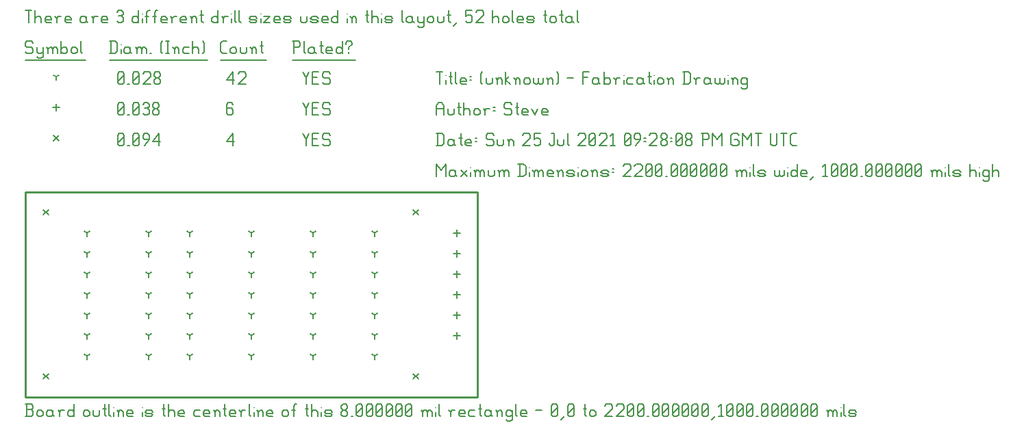
<source format=gbr>
G04 start of page 17 for group -3984 idx -3984 *
G04 Title: (unknown), fab *
G04 Creator: pcb 20140316 *
G04 CreationDate: Sun 25 Jul 2021 09:28:08 PM GMT UTC *
G04 For: steve *
G04 Format: Gerber/RS-274X *
G04 PCB-Dimensions (mil): 2200.00 1000.00 *
G04 PCB-Coordinate-Origin: lower left *
%MOIN*%
%FSLAX25Y25*%
%LNFAB*%
%ADD77C,0.0100*%
%ADD76C,0.0075*%
%ADD75C,0.0060*%
%ADD74C,0.0080*%
G54D74*X188800Y11200D02*X191200Y8800D01*
X188800D02*X191200Y11200D01*
X188800Y91200D02*X191200Y88800D01*
X188800D02*X191200Y91200D01*
X8800D02*X11200Y88800D01*
X8800D02*X11200Y91200D01*
X8800Y11200D02*X11200Y8800D01*
X8800D02*X11200Y11200D01*
X13800Y127450D02*X16200Y125050D01*
X13800D02*X16200Y127450D01*
G54D75*X135000Y128500D02*X136500Y125500D01*
X138000Y128500D01*
X136500Y125500D02*Y122500D01*
X139800Y125800D02*X142050D01*
X139800Y122500D02*X142800D01*
X139800Y128500D02*Y122500D01*
Y128500D02*X142800D01*
X147600D02*X148350Y127750D01*
X145350Y128500D02*X147600D01*
X144600Y127750D02*X145350Y128500D01*
X144600Y127750D02*Y126250D01*
X145350Y125500D01*
X147600D01*
X148350Y124750D01*
Y123250D01*
X147600Y122500D02*X148350Y123250D01*
X145350Y122500D02*X147600D01*
X144600Y123250D02*X145350Y122500D01*
X98000Y124750D02*X101000Y128500D01*
X98000Y124750D02*X101750D01*
X101000Y128500D02*Y122500D01*
X45000Y123250D02*X45750Y122500D01*
X45000Y127750D02*Y123250D01*
Y127750D02*X45750Y128500D01*
X47250D01*
X48000Y127750D01*
Y123250D01*
X47250Y122500D02*X48000Y123250D01*
X45750Y122500D02*X47250D01*
X45000Y124000D02*X48000Y127000D01*
X49800Y122500D02*X50550D01*
X52350Y123250D02*X53100Y122500D01*
X52350Y127750D02*Y123250D01*
Y127750D02*X53100Y128500D01*
X54600D01*
X55350Y127750D01*
Y123250D01*
X54600Y122500D02*X55350Y123250D01*
X53100Y122500D02*X54600D01*
X52350Y124000D02*X55350Y127000D01*
X57900Y122500D02*X60150Y125500D01*
Y127750D02*Y125500D01*
X59400Y128500D02*X60150Y127750D01*
X57900Y128500D02*X59400D01*
X57150Y127750D02*X57900Y128500D01*
X57150Y127750D02*Y126250D01*
X57900Y125500D01*
X60150D01*
X61950Y124750D02*X64950Y128500D01*
X61950Y124750D02*X65700D01*
X64950Y128500D02*Y122500D01*
X210000Y81600D02*Y78400D01*
X208400Y80000D02*X211600D01*
X210000Y71600D02*Y68400D01*
X208400Y70000D02*X211600D01*
X210000Y61600D02*Y58400D01*
X208400Y60000D02*X211600D01*
X210000Y51600D02*Y48400D01*
X208400Y50000D02*X211600D01*
X210000Y41600D02*Y38400D01*
X208400Y40000D02*X211600D01*
X210000Y31600D02*Y28400D01*
X208400Y30000D02*X211600D01*
X15000Y142850D02*Y139650D01*
X13400Y141250D02*X16600D01*
X135000Y143500D02*X136500Y140500D01*
X138000Y143500D01*
X136500Y140500D02*Y137500D01*
X139800Y140800D02*X142050D01*
X139800Y137500D02*X142800D01*
X139800Y143500D02*Y137500D01*
Y143500D02*X142800D01*
X147600D02*X148350Y142750D01*
X145350Y143500D02*X147600D01*
X144600Y142750D02*X145350Y143500D01*
X144600Y142750D02*Y141250D01*
X145350Y140500D01*
X147600D01*
X148350Y139750D01*
Y138250D01*
X147600Y137500D02*X148350Y138250D01*
X145350Y137500D02*X147600D01*
X144600Y138250D02*X145350Y137500D01*
X100250Y143500D02*X101000Y142750D01*
X98750Y143500D02*X100250D01*
X98000Y142750D02*X98750Y143500D01*
X98000Y142750D02*Y138250D01*
X98750Y137500D01*
X100250Y140800D02*X101000Y140050D01*
X98000Y140800D02*X100250D01*
X98750Y137500D02*X100250D01*
X101000Y138250D01*
Y140050D02*Y138250D01*
X45000D02*X45750Y137500D01*
X45000Y142750D02*Y138250D01*
Y142750D02*X45750Y143500D01*
X47250D01*
X48000Y142750D01*
Y138250D01*
X47250Y137500D02*X48000Y138250D01*
X45750Y137500D02*X47250D01*
X45000Y139000D02*X48000Y142000D01*
X49800Y137500D02*X50550D01*
X52350Y138250D02*X53100Y137500D01*
X52350Y142750D02*Y138250D01*
Y142750D02*X53100Y143500D01*
X54600D01*
X55350Y142750D01*
Y138250D01*
X54600Y137500D02*X55350Y138250D01*
X53100Y137500D02*X54600D01*
X52350Y139000D02*X55350Y142000D01*
X57150Y142750D02*X57900Y143500D01*
X59400D01*
X60150Y142750D01*
X59400Y137500D02*X60150Y138250D01*
X57900Y137500D02*X59400D01*
X57150Y138250D02*X57900Y137500D01*
Y140800D02*X59400D01*
X60150Y142750D02*Y141550D01*
Y140050D02*Y138250D01*
Y140050D02*X59400Y140800D01*
X60150Y141550D02*X59400Y140800D01*
X61950Y138250D02*X62700Y137500D01*
X61950Y139450D02*Y138250D01*
Y139450D02*X63000Y140500D01*
X63900D01*
X64950Y139450D01*
Y138250D01*
X64200Y137500D02*X64950Y138250D01*
X62700Y137500D02*X64200D01*
X61950Y141550D02*X63000Y140500D01*
X61950Y142750D02*Y141550D01*
Y142750D02*X62700Y143500D01*
X64200D01*
X64950Y142750D01*
Y141550D01*
X63900Y140500D02*X64950Y141550D01*
X140000Y80000D02*Y78400D01*
Y80000D02*X141387Y80800D01*
X140000Y80000D02*X138613Y80800D01*
X140000Y70000D02*Y68400D01*
Y70000D02*X141387Y70800D01*
X140000Y70000D02*X138613Y70800D01*
X140000Y60000D02*Y58400D01*
Y60000D02*X141387Y60800D01*
X140000Y60000D02*X138613Y60800D01*
X140000Y50000D02*Y48400D01*
Y50000D02*X141387Y50800D01*
X140000Y50000D02*X138613Y50800D01*
X140000Y40000D02*Y38400D01*
Y40000D02*X141387Y40800D01*
X140000Y40000D02*X138613Y40800D01*
X140000Y30000D02*Y28400D01*
Y30000D02*X141387Y30800D01*
X140000Y30000D02*X138613Y30800D01*
X140000Y20000D02*Y18400D01*
Y20000D02*X141387Y20800D01*
X140000Y20000D02*X138613Y20800D01*
X170000Y20000D02*Y18400D01*
Y20000D02*X171387Y20800D01*
X170000Y20000D02*X168613Y20800D01*
X170000Y30000D02*Y28400D01*
Y30000D02*X171387Y30800D01*
X170000Y30000D02*X168613Y30800D01*
X170000Y40000D02*Y38400D01*
Y40000D02*X171387Y40800D01*
X170000Y40000D02*X168613Y40800D01*
X170000Y50000D02*Y48400D01*
Y50000D02*X171387Y50800D01*
X170000Y50000D02*X168613Y50800D01*
X170000Y60000D02*Y58400D01*
Y60000D02*X171387Y60800D01*
X170000Y60000D02*X168613Y60800D01*
X170000Y70000D02*Y68400D01*
Y70000D02*X171387Y70800D01*
X170000Y70000D02*X168613Y70800D01*
X170000Y80000D02*Y78400D01*
Y80000D02*X171387Y80800D01*
X170000Y80000D02*X168613Y80800D01*
X30000Y80000D02*Y78400D01*
Y80000D02*X31387Y80800D01*
X30000Y80000D02*X28613Y80800D01*
X30000Y70000D02*Y68400D01*
Y70000D02*X31387Y70800D01*
X30000Y70000D02*X28613Y70800D01*
X30000Y60000D02*Y58400D01*
Y60000D02*X31387Y60800D01*
X30000Y60000D02*X28613Y60800D01*
X30000Y50000D02*Y48400D01*
Y50000D02*X31387Y50800D01*
X30000Y50000D02*X28613Y50800D01*
X30000Y40000D02*Y38400D01*
Y40000D02*X31387Y40800D01*
X30000Y40000D02*X28613Y40800D01*
X30000Y30000D02*Y28400D01*
Y30000D02*X31387Y30800D01*
X30000Y30000D02*X28613Y30800D01*
X30000Y20000D02*Y18400D01*
Y20000D02*X31387Y20800D01*
X30000Y20000D02*X28613Y20800D01*
X60000Y20000D02*Y18400D01*
Y20000D02*X61387Y20800D01*
X60000Y20000D02*X58613Y20800D01*
X60000Y30000D02*Y28400D01*
Y30000D02*X61387Y30800D01*
X60000Y30000D02*X58613Y30800D01*
X60000Y40000D02*Y38400D01*
Y40000D02*X61387Y40800D01*
X60000Y40000D02*X58613Y40800D01*
X60000Y50000D02*Y48400D01*
Y50000D02*X61387Y50800D01*
X60000Y50000D02*X58613Y50800D01*
X60000Y60000D02*Y58400D01*
Y60000D02*X61387Y60800D01*
X60000Y60000D02*X58613Y60800D01*
X60000Y70000D02*Y68400D01*
Y70000D02*X61387Y70800D01*
X60000Y70000D02*X58613Y70800D01*
X60000Y80000D02*Y78400D01*
Y80000D02*X61387Y80800D01*
X60000Y80000D02*X58613Y80800D01*
X80000Y80000D02*Y78400D01*
Y80000D02*X81387Y80800D01*
X80000Y80000D02*X78613Y80800D01*
X80000Y70000D02*Y68400D01*
Y70000D02*X81387Y70800D01*
X80000Y70000D02*X78613Y70800D01*
X80000Y60000D02*Y58400D01*
Y60000D02*X81387Y60800D01*
X80000Y60000D02*X78613Y60800D01*
X80000Y50000D02*Y48400D01*
Y50000D02*X81387Y50800D01*
X80000Y50000D02*X78613Y50800D01*
X80000Y40000D02*Y38400D01*
Y40000D02*X81387Y40800D01*
X80000Y40000D02*X78613Y40800D01*
X80000Y30000D02*Y28400D01*
Y30000D02*X81387Y30800D01*
X80000Y30000D02*X78613Y30800D01*
X80000Y20000D02*Y18400D01*
Y20000D02*X81387Y20800D01*
X80000Y20000D02*X78613Y20800D01*
X110000Y20000D02*Y18400D01*
Y20000D02*X111387Y20800D01*
X110000Y20000D02*X108613Y20800D01*
X110000Y30000D02*Y28400D01*
Y30000D02*X111387Y30800D01*
X110000Y30000D02*X108613Y30800D01*
X110000Y40000D02*Y38400D01*
Y40000D02*X111387Y40800D01*
X110000Y40000D02*X108613Y40800D01*
X110000Y50000D02*Y48400D01*
Y50000D02*X111387Y50800D01*
X110000Y50000D02*X108613Y50800D01*
X110000Y60000D02*Y58400D01*
Y60000D02*X111387Y60800D01*
X110000Y60000D02*X108613Y60800D01*
X110000Y70000D02*Y68400D01*
Y70000D02*X111387Y70800D01*
X110000Y70000D02*X108613Y70800D01*
X110000Y80000D02*Y78400D01*
Y80000D02*X111387Y80800D01*
X110000Y80000D02*X108613Y80800D01*
X15000Y156250D02*Y154650D01*
Y156250D02*X16387Y157050D01*
X15000Y156250D02*X13613Y157050D01*
X135000Y158500D02*X136500Y155500D01*
X138000Y158500D01*
X136500Y155500D02*Y152500D01*
X139800Y155800D02*X142050D01*
X139800Y152500D02*X142800D01*
X139800Y158500D02*Y152500D01*
Y158500D02*X142800D01*
X147600D02*X148350Y157750D01*
X145350Y158500D02*X147600D01*
X144600Y157750D02*X145350Y158500D01*
X144600Y157750D02*Y156250D01*
X145350Y155500D01*
X147600D01*
X148350Y154750D01*
Y153250D01*
X147600Y152500D02*X148350Y153250D01*
X145350Y152500D02*X147600D01*
X144600Y153250D02*X145350Y152500D01*
X98000Y154750D02*X101000Y158500D01*
X98000Y154750D02*X101750D01*
X101000Y158500D02*Y152500D01*
X103550Y157750D02*X104300Y158500D01*
X106550D01*
X107300Y157750D01*
Y156250D01*
X103550Y152500D02*X107300Y156250D01*
X103550Y152500D02*X107300D01*
X45000Y153250D02*X45750Y152500D01*
X45000Y157750D02*Y153250D01*
Y157750D02*X45750Y158500D01*
X47250D01*
X48000Y157750D01*
Y153250D01*
X47250Y152500D02*X48000Y153250D01*
X45750Y152500D02*X47250D01*
X45000Y154000D02*X48000Y157000D01*
X49800Y152500D02*X50550D01*
X52350Y153250D02*X53100Y152500D01*
X52350Y157750D02*Y153250D01*
Y157750D02*X53100Y158500D01*
X54600D01*
X55350Y157750D01*
Y153250D01*
X54600Y152500D02*X55350Y153250D01*
X53100Y152500D02*X54600D01*
X52350Y154000D02*X55350Y157000D01*
X57150Y157750D02*X57900Y158500D01*
X60150D01*
X60900Y157750D01*
Y156250D01*
X57150Y152500D02*X60900Y156250D01*
X57150Y152500D02*X60900D01*
X62700Y153250D02*X63450Y152500D01*
X62700Y154450D02*Y153250D01*
Y154450D02*X63750Y155500D01*
X64650D01*
X65700Y154450D01*
Y153250D01*
X64950Y152500D02*X65700Y153250D01*
X63450Y152500D02*X64950D01*
X62700Y156550D02*X63750Y155500D01*
X62700Y157750D02*Y156550D01*
Y157750D02*X63450Y158500D01*
X64950D01*
X65700Y157750D01*
Y156550D01*
X64650Y155500D02*X65700Y156550D01*
X3000Y173500D02*X3750Y172750D01*
X750Y173500D02*X3000D01*
X0Y172750D02*X750Y173500D01*
X0Y172750D02*Y171250D01*
X750Y170500D01*
X3000D01*
X3750Y169750D01*
Y168250D01*
X3000Y167500D02*X3750Y168250D01*
X750Y167500D02*X3000D01*
X0Y168250D02*X750Y167500D01*
X5550Y170500D02*Y168250D01*
X6300Y167500D01*
X8550Y170500D02*Y166000D01*
X7800Y165250D02*X8550Y166000D01*
X6300Y165250D02*X7800D01*
X5550Y166000D02*X6300Y165250D01*
Y167500D02*X7800D01*
X8550Y168250D01*
X11100Y169750D02*Y167500D01*
Y169750D02*X11850Y170500D01*
X12600D01*
X13350Y169750D01*
Y167500D01*
Y169750D02*X14100Y170500D01*
X14850D01*
X15600Y169750D01*
Y167500D01*
X10350Y170500D02*X11100Y169750D01*
X17400Y173500D02*Y167500D01*
Y168250D02*X18150Y167500D01*
X19650D01*
X20400Y168250D01*
Y169750D02*Y168250D01*
X19650Y170500D02*X20400Y169750D01*
X18150Y170500D02*X19650D01*
X17400Y169750D02*X18150Y170500D01*
X22200Y169750D02*Y168250D01*
Y169750D02*X22950Y170500D01*
X24450D01*
X25200Y169750D01*
Y168250D01*
X24450Y167500D02*X25200Y168250D01*
X22950Y167500D02*X24450D01*
X22200Y168250D02*X22950Y167500D01*
X27000Y173500D02*Y168250D01*
X27750Y167500D01*
X0Y164250D02*X29250D01*
X41750Y173500D02*Y167500D01*
X43700Y173500D02*X44750Y172450D01*
Y168550D01*
X43700Y167500D02*X44750Y168550D01*
X41000Y167500D02*X43700D01*
X41000Y173500D02*X43700D01*
G54D76*X46550Y172000D02*Y171850D01*
G54D75*Y169750D02*Y167500D01*
X50300Y170500D02*X51050Y169750D01*
X48800Y170500D02*X50300D01*
X48050Y169750D02*X48800Y170500D01*
X48050Y169750D02*Y168250D01*
X48800Y167500D01*
X51050Y170500D02*Y168250D01*
X51800Y167500D01*
X48800D02*X50300D01*
X51050Y168250D01*
X54350Y169750D02*Y167500D01*
Y169750D02*X55100Y170500D01*
X55850D01*
X56600Y169750D01*
Y167500D01*
Y169750D02*X57350Y170500D01*
X58100D01*
X58850Y169750D01*
Y167500D01*
X53600Y170500D02*X54350Y169750D01*
X60650Y167500D02*X61400D01*
X65900Y168250D02*X66650Y167500D01*
X65900Y172750D02*X66650Y173500D01*
X65900Y172750D02*Y168250D01*
X68450Y173500D02*X69950D01*
X69200D02*Y167500D01*
X68450D02*X69950D01*
X72500Y169750D02*Y167500D01*
Y169750D02*X73250Y170500D01*
X74000D01*
X74750Y169750D01*
Y167500D01*
X71750Y170500D02*X72500Y169750D01*
X77300Y170500D02*X79550D01*
X76550Y169750D02*X77300Y170500D01*
X76550Y169750D02*Y168250D01*
X77300Y167500D01*
X79550D01*
X81350Y173500D02*Y167500D01*
Y169750D02*X82100Y170500D01*
X83600D01*
X84350Y169750D01*
Y167500D01*
X86150Y173500D02*X86900Y172750D01*
Y168250D01*
X86150Y167500D02*X86900Y168250D01*
X41000Y164250D02*X88700D01*
X96050Y167500D02*X98000D01*
X95000Y168550D02*X96050Y167500D01*
X95000Y172450D02*Y168550D01*
Y172450D02*X96050Y173500D01*
X98000D01*
X99800Y169750D02*Y168250D01*
Y169750D02*X100550Y170500D01*
X102050D01*
X102800Y169750D01*
Y168250D01*
X102050Y167500D02*X102800Y168250D01*
X100550Y167500D02*X102050D01*
X99800Y168250D02*X100550Y167500D01*
X104600Y170500D02*Y168250D01*
X105350Y167500D01*
X106850D01*
X107600Y168250D01*
Y170500D02*Y168250D01*
X110150Y169750D02*Y167500D01*
Y169750D02*X110900Y170500D01*
X111650D01*
X112400Y169750D01*
Y167500D01*
X109400Y170500D02*X110150Y169750D01*
X114950Y173500D02*Y168250D01*
X115700Y167500D01*
X114200Y171250D02*X115700D01*
X95000Y164250D02*X117200D01*
X130750Y173500D02*Y167500D01*
X130000Y173500D02*X133000D01*
X133750Y172750D01*
Y171250D01*
X133000Y170500D02*X133750Y171250D01*
X130750Y170500D02*X133000D01*
X135550Y173500D02*Y168250D01*
X136300Y167500D01*
X140050Y170500D02*X140800Y169750D01*
X138550Y170500D02*X140050D01*
X137800Y169750D02*X138550Y170500D01*
X137800Y169750D02*Y168250D01*
X138550Y167500D01*
X140800Y170500D02*Y168250D01*
X141550Y167500D01*
X138550D02*X140050D01*
X140800Y168250D01*
X144100Y173500D02*Y168250D01*
X144850Y167500D01*
X143350Y171250D02*X144850D01*
X147100Y167500D02*X149350D01*
X146350Y168250D02*X147100Y167500D01*
X146350Y169750D02*Y168250D01*
Y169750D02*X147100Y170500D01*
X148600D01*
X149350Y169750D01*
X146350Y169000D02*X149350D01*
Y169750D02*Y169000D01*
X154150Y173500D02*Y167500D01*
X153400D02*X154150Y168250D01*
X151900Y167500D02*X153400D01*
X151150Y168250D02*X151900Y167500D01*
X151150Y169750D02*Y168250D01*
Y169750D02*X151900Y170500D01*
X153400D01*
X154150Y169750D01*
X157450Y170500D02*Y169750D01*
Y168250D02*Y167500D01*
X155950Y172750D02*Y172000D01*
Y172750D02*X156700Y173500D01*
X158200D01*
X158950Y172750D01*
Y172000D01*
X157450Y170500D02*X158950Y172000D01*
X130000Y164250D02*X160750D01*
X0Y188500D02*X3000D01*
X1500D02*Y182500D01*
X4800Y188500D02*Y182500D01*
Y184750D02*X5550Y185500D01*
X7050D01*
X7800Y184750D01*
Y182500D01*
X10350D02*X12600D01*
X9600Y183250D02*X10350Y182500D01*
X9600Y184750D02*Y183250D01*
Y184750D02*X10350Y185500D01*
X11850D01*
X12600Y184750D01*
X9600Y184000D02*X12600D01*
Y184750D02*Y184000D01*
X15150Y184750D02*Y182500D01*
Y184750D02*X15900Y185500D01*
X17400D01*
X14400D02*X15150Y184750D01*
X19950Y182500D02*X22200D01*
X19200Y183250D02*X19950Y182500D01*
X19200Y184750D02*Y183250D01*
Y184750D02*X19950Y185500D01*
X21450D01*
X22200Y184750D01*
X19200Y184000D02*X22200D01*
Y184750D02*Y184000D01*
X28950Y185500D02*X29700Y184750D01*
X27450Y185500D02*X28950D01*
X26700Y184750D02*X27450Y185500D01*
X26700Y184750D02*Y183250D01*
X27450Y182500D01*
X29700Y185500D02*Y183250D01*
X30450Y182500D01*
X27450D02*X28950D01*
X29700Y183250D01*
X33000Y184750D02*Y182500D01*
Y184750D02*X33750Y185500D01*
X35250D01*
X32250D02*X33000Y184750D01*
X37800Y182500D02*X40050D01*
X37050Y183250D02*X37800Y182500D01*
X37050Y184750D02*Y183250D01*
Y184750D02*X37800Y185500D01*
X39300D01*
X40050Y184750D01*
X37050Y184000D02*X40050D01*
Y184750D02*Y184000D01*
X44550Y187750D02*X45300Y188500D01*
X46800D01*
X47550Y187750D01*
X46800Y182500D02*X47550Y183250D01*
X45300Y182500D02*X46800D01*
X44550Y183250D02*X45300Y182500D01*
Y185800D02*X46800D01*
X47550Y187750D02*Y186550D01*
Y185050D02*Y183250D01*
Y185050D02*X46800Y185800D01*
X47550Y186550D02*X46800Y185800D01*
X55050Y188500D02*Y182500D01*
X54300D02*X55050Y183250D01*
X52800Y182500D02*X54300D01*
X52050Y183250D02*X52800Y182500D01*
X52050Y184750D02*Y183250D01*
Y184750D02*X52800Y185500D01*
X54300D01*
X55050Y184750D01*
G54D76*X56850Y187000D02*Y186850D01*
G54D75*Y184750D02*Y182500D01*
X59100Y187750D02*Y182500D01*
Y187750D02*X59850Y188500D01*
X60600D01*
X58350Y185500D02*X59850D01*
X62850Y187750D02*Y182500D01*
Y187750D02*X63600Y188500D01*
X64350D01*
X62100Y185500D02*X63600D01*
X66600Y182500D02*X68850D01*
X65850Y183250D02*X66600Y182500D01*
X65850Y184750D02*Y183250D01*
Y184750D02*X66600Y185500D01*
X68100D01*
X68850Y184750D01*
X65850Y184000D02*X68850D01*
Y184750D02*Y184000D01*
X71400Y184750D02*Y182500D01*
Y184750D02*X72150Y185500D01*
X73650D01*
X70650D02*X71400Y184750D01*
X76200Y182500D02*X78450D01*
X75450Y183250D02*X76200Y182500D01*
X75450Y184750D02*Y183250D01*
Y184750D02*X76200Y185500D01*
X77700D01*
X78450Y184750D01*
X75450Y184000D02*X78450D01*
Y184750D02*Y184000D01*
X81000Y184750D02*Y182500D01*
Y184750D02*X81750Y185500D01*
X82500D01*
X83250Y184750D01*
Y182500D01*
X80250Y185500D02*X81000Y184750D01*
X85800Y188500D02*Y183250D01*
X86550Y182500D01*
X85050Y186250D02*X86550D01*
X93750Y188500D02*Y182500D01*
X93000D02*X93750Y183250D01*
X91500Y182500D02*X93000D01*
X90750Y183250D02*X91500Y182500D01*
X90750Y184750D02*Y183250D01*
Y184750D02*X91500Y185500D01*
X93000D01*
X93750Y184750D01*
X96300D02*Y182500D01*
Y184750D02*X97050Y185500D01*
X98550D01*
X95550D02*X96300Y184750D01*
G54D76*X100350Y187000D02*Y186850D01*
G54D75*Y184750D02*Y182500D01*
X101850Y188500D02*Y183250D01*
X102600Y182500D01*
X104100Y188500D02*Y183250D01*
X104850Y182500D01*
X109800D02*X112050D01*
X112800Y183250D01*
X112050Y184000D02*X112800Y183250D01*
X109800Y184000D02*X112050D01*
X109050Y184750D02*X109800Y184000D01*
X109050Y184750D02*X109800Y185500D01*
X112050D01*
X112800Y184750D01*
X109050Y183250D02*X109800Y182500D01*
G54D76*X114600Y187000D02*Y186850D01*
G54D75*Y184750D02*Y182500D01*
X116100Y185500D02*X119100D01*
X116100Y182500D02*X119100Y185500D01*
X116100Y182500D02*X119100D01*
X121650D02*X123900D01*
X120900Y183250D02*X121650Y182500D01*
X120900Y184750D02*Y183250D01*
Y184750D02*X121650Y185500D01*
X123150D01*
X123900Y184750D01*
X120900Y184000D02*X123900D01*
Y184750D02*Y184000D01*
X126450Y182500D02*X128700D01*
X129450Y183250D01*
X128700Y184000D02*X129450Y183250D01*
X126450Y184000D02*X128700D01*
X125700Y184750D02*X126450Y184000D01*
X125700Y184750D02*X126450Y185500D01*
X128700D01*
X129450Y184750D01*
X125700Y183250D02*X126450Y182500D01*
X133950Y185500D02*Y183250D01*
X134700Y182500D01*
X136200D01*
X136950Y183250D01*
Y185500D02*Y183250D01*
X139500Y182500D02*X141750D01*
X142500Y183250D01*
X141750Y184000D02*X142500Y183250D01*
X139500Y184000D02*X141750D01*
X138750Y184750D02*X139500Y184000D01*
X138750Y184750D02*X139500Y185500D01*
X141750D01*
X142500Y184750D01*
X138750Y183250D02*X139500Y182500D01*
X145050D02*X147300D01*
X144300Y183250D02*X145050Y182500D01*
X144300Y184750D02*Y183250D01*
Y184750D02*X145050Y185500D01*
X146550D01*
X147300Y184750D01*
X144300Y184000D02*X147300D01*
Y184750D02*Y184000D01*
X152100Y188500D02*Y182500D01*
X151350D02*X152100Y183250D01*
X149850Y182500D02*X151350D01*
X149100Y183250D02*X149850Y182500D01*
X149100Y184750D02*Y183250D01*
Y184750D02*X149850Y185500D01*
X151350D01*
X152100Y184750D01*
G54D76*X156600Y187000D02*Y186850D01*
G54D75*Y184750D02*Y182500D01*
X158850Y184750D02*Y182500D01*
Y184750D02*X159600Y185500D01*
X160350D01*
X161100Y184750D01*
Y182500D01*
X158100Y185500D02*X158850Y184750D01*
X166350Y188500D02*Y183250D01*
X167100Y182500D01*
X165600Y186250D02*X167100D01*
X168600Y188500D02*Y182500D01*
Y184750D02*X169350Y185500D01*
X170850D01*
X171600Y184750D01*
Y182500D01*
G54D76*X173400Y187000D02*Y186850D01*
G54D75*Y184750D02*Y182500D01*
X175650D02*X177900D01*
X178650Y183250D01*
X177900Y184000D02*X178650Y183250D01*
X175650Y184000D02*X177900D01*
X174900Y184750D02*X175650Y184000D01*
X174900Y184750D02*X175650Y185500D01*
X177900D01*
X178650Y184750D01*
X174900Y183250D02*X175650Y182500D01*
X183150Y188500D02*Y183250D01*
X183900Y182500D01*
X187650Y185500D02*X188400Y184750D01*
X186150Y185500D02*X187650D01*
X185400Y184750D02*X186150Y185500D01*
X185400Y184750D02*Y183250D01*
X186150Y182500D01*
X188400Y185500D02*Y183250D01*
X189150Y182500D01*
X186150D02*X187650D01*
X188400Y183250D01*
X190950Y185500D02*Y183250D01*
X191700Y182500D01*
X193950Y185500D02*Y181000D01*
X193200Y180250D02*X193950Y181000D01*
X191700Y180250D02*X193200D01*
X190950Y181000D02*X191700Y180250D01*
Y182500D02*X193200D01*
X193950Y183250D01*
X195750Y184750D02*Y183250D01*
Y184750D02*X196500Y185500D01*
X198000D01*
X198750Y184750D01*
Y183250D01*
X198000Y182500D02*X198750Y183250D01*
X196500Y182500D02*X198000D01*
X195750Y183250D02*X196500Y182500D01*
X200550Y185500D02*Y183250D01*
X201300Y182500D01*
X202800D01*
X203550Y183250D01*
Y185500D02*Y183250D01*
X206100Y188500D02*Y183250D01*
X206850Y182500D01*
X205350Y186250D02*X206850D01*
X208350Y181000D02*X209850Y182500D01*
X214350Y188500D02*X217350D01*
X214350D02*Y185500D01*
X215100Y186250D01*
X216600D01*
X217350Y185500D01*
Y183250D01*
X216600Y182500D02*X217350Y183250D01*
X215100Y182500D02*X216600D01*
X214350Y183250D02*X215100Y182500D01*
X219150Y187750D02*X219900Y188500D01*
X222150D01*
X222900Y187750D01*
Y186250D01*
X219150Y182500D02*X222900Y186250D01*
X219150Y182500D02*X222900D01*
X227400Y188500D02*Y182500D01*
Y184750D02*X228150Y185500D01*
X229650D01*
X230400Y184750D01*
Y182500D01*
X232200Y184750D02*Y183250D01*
Y184750D02*X232950Y185500D01*
X234450D01*
X235200Y184750D01*
Y183250D01*
X234450Y182500D02*X235200Y183250D01*
X232950Y182500D02*X234450D01*
X232200Y183250D02*X232950Y182500D01*
X237000Y188500D02*Y183250D01*
X237750Y182500D01*
X240000D02*X242250D01*
X239250Y183250D02*X240000Y182500D01*
X239250Y184750D02*Y183250D01*
Y184750D02*X240000Y185500D01*
X241500D01*
X242250Y184750D01*
X239250Y184000D02*X242250D01*
Y184750D02*Y184000D01*
X244800Y182500D02*X247050D01*
X247800Y183250D01*
X247050Y184000D02*X247800Y183250D01*
X244800Y184000D02*X247050D01*
X244050Y184750D02*X244800Y184000D01*
X244050Y184750D02*X244800Y185500D01*
X247050D01*
X247800Y184750D01*
X244050Y183250D02*X244800Y182500D01*
X253050Y188500D02*Y183250D01*
X253800Y182500D01*
X252300Y186250D02*X253800D01*
X255300Y184750D02*Y183250D01*
Y184750D02*X256050Y185500D01*
X257550D01*
X258300Y184750D01*
Y183250D01*
X257550Y182500D02*X258300Y183250D01*
X256050Y182500D02*X257550D01*
X255300Y183250D02*X256050Y182500D01*
X260850Y188500D02*Y183250D01*
X261600Y182500D01*
X260100Y186250D02*X261600D01*
X265350Y185500D02*X266100Y184750D01*
X263850Y185500D02*X265350D01*
X263100Y184750D02*X263850Y185500D01*
X263100Y184750D02*Y183250D01*
X263850Y182500D01*
X266100Y185500D02*Y183250D01*
X266850Y182500D01*
X263850D02*X265350D01*
X266100Y183250D01*
X268650Y188500D02*Y183250D01*
X269400Y182500D01*
G54D77*X0Y100000D02*X220000D01*
X0D02*Y0D01*
X220000Y100000D02*Y0D01*
X0D02*X220000D01*
G54D75*X200000Y113500D02*Y107500D01*
Y113500D02*X202250Y110500D01*
X204500Y113500D01*
Y107500D01*
X208550Y110500D02*X209300Y109750D01*
X207050Y110500D02*X208550D01*
X206300Y109750D02*X207050Y110500D01*
X206300Y109750D02*Y108250D01*
X207050Y107500D01*
X209300Y110500D02*Y108250D01*
X210050Y107500D01*
X207050D02*X208550D01*
X209300Y108250D01*
X211850Y110500D02*X214850Y107500D01*
X211850D02*X214850Y110500D01*
G54D76*X216650Y112000D02*Y111850D01*
G54D75*Y109750D02*Y107500D01*
X218900Y109750D02*Y107500D01*
Y109750D02*X219650Y110500D01*
X220400D01*
X221150Y109750D01*
Y107500D01*
Y109750D02*X221900Y110500D01*
X222650D01*
X223400Y109750D01*
Y107500D01*
X218150Y110500D02*X218900Y109750D01*
X225200Y110500D02*Y108250D01*
X225950Y107500D01*
X227450D01*
X228200Y108250D01*
Y110500D02*Y108250D01*
X230750Y109750D02*Y107500D01*
Y109750D02*X231500Y110500D01*
X232250D01*
X233000Y109750D01*
Y107500D01*
Y109750D02*X233750Y110500D01*
X234500D01*
X235250Y109750D01*
Y107500D01*
X230000Y110500D02*X230750Y109750D01*
X240500Y113500D02*Y107500D01*
X242450Y113500D02*X243500Y112450D01*
Y108550D01*
X242450Y107500D02*X243500Y108550D01*
X239750Y107500D02*X242450D01*
X239750Y113500D02*X242450D01*
G54D76*X245300Y112000D02*Y111850D01*
G54D75*Y109750D02*Y107500D01*
X247550Y109750D02*Y107500D01*
Y109750D02*X248300Y110500D01*
X249050D01*
X249800Y109750D01*
Y107500D01*
Y109750D02*X250550Y110500D01*
X251300D01*
X252050Y109750D01*
Y107500D01*
X246800Y110500D02*X247550Y109750D01*
X254600Y107500D02*X256850D01*
X253850Y108250D02*X254600Y107500D01*
X253850Y109750D02*Y108250D01*
Y109750D02*X254600Y110500D01*
X256100D01*
X256850Y109750D01*
X253850Y109000D02*X256850D01*
Y109750D02*Y109000D01*
X259400Y109750D02*Y107500D01*
Y109750D02*X260150Y110500D01*
X260900D01*
X261650Y109750D01*
Y107500D01*
X258650Y110500D02*X259400Y109750D01*
X264200Y107500D02*X266450D01*
X267200Y108250D01*
X266450Y109000D02*X267200Y108250D01*
X264200Y109000D02*X266450D01*
X263450Y109750D02*X264200Y109000D01*
X263450Y109750D02*X264200Y110500D01*
X266450D01*
X267200Y109750D01*
X263450Y108250D02*X264200Y107500D01*
G54D76*X269000Y112000D02*Y111850D01*
G54D75*Y109750D02*Y107500D01*
X270500Y109750D02*Y108250D01*
Y109750D02*X271250Y110500D01*
X272750D01*
X273500Y109750D01*
Y108250D01*
X272750Y107500D02*X273500Y108250D01*
X271250Y107500D02*X272750D01*
X270500Y108250D02*X271250Y107500D01*
X276050Y109750D02*Y107500D01*
Y109750D02*X276800Y110500D01*
X277550D01*
X278300Y109750D01*
Y107500D01*
X275300Y110500D02*X276050Y109750D01*
X280850Y107500D02*X283100D01*
X283850Y108250D01*
X283100Y109000D02*X283850Y108250D01*
X280850Y109000D02*X283100D01*
X280100Y109750D02*X280850Y109000D01*
X280100Y109750D02*X280850Y110500D01*
X283100D01*
X283850Y109750D01*
X280100Y108250D02*X280850Y107500D01*
X285650Y111250D02*X286400D01*
X285650Y109750D02*X286400D01*
X290900Y112750D02*X291650Y113500D01*
X293900D01*
X294650Y112750D01*
Y111250D01*
X290900Y107500D02*X294650Y111250D01*
X290900Y107500D02*X294650D01*
X296450Y112750D02*X297200Y113500D01*
X299450D01*
X300200Y112750D01*
Y111250D01*
X296450Y107500D02*X300200Y111250D01*
X296450Y107500D02*X300200D01*
X302000Y108250D02*X302750Y107500D01*
X302000Y112750D02*Y108250D01*
Y112750D02*X302750Y113500D01*
X304250D01*
X305000Y112750D01*
Y108250D01*
X304250Y107500D02*X305000Y108250D01*
X302750Y107500D02*X304250D01*
X302000Y109000D02*X305000Y112000D01*
X306800Y108250D02*X307550Y107500D01*
X306800Y112750D02*Y108250D01*
Y112750D02*X307550Y113500D01*
X309050D01*
X309800Y112750D01*
Y108250D01*
X309050Y107500D02*X309800Y108250D01*
X307550Y107500D02*X309050D01*
X306800Y109000D02*X309800Y112000D01*
X311600Y107500D02*X312350D01*
X314150Y108250D02*X314900Y107500D01*
X314150Y112750D02*Y108250D01*
Y112750D02*X314900Y113500D01*
X316400D01*
X317150Y112750D01*
Y108250D01*
X316400Y107500D02*X317150Y108250D01*
X314900Y107500D02*X316400D01*
X314150Y109000D02*X317150Y112000D01*
X318950Y108250D02*X319700Y107500D01*
X318950Y112750D02*Y108250D01*
Y112750D02*X319700Y113500D01*
X321200D01*
X321950Y112750D01*
Y108250D01*
X321200Y107500D02*X321950Y108250D01*
X319700Y107500D02*X321200D01*
X318950Y109000D02*X321950Y112000D01*
X323750Y108250D02*X324500Y107500D01*
X323750Y112750D02*Y108250D01*
Y112750D02*X324500Y113500D01*
X326000D01*
X326750Y112750D01*
Y108250D01*
X326000Y107500D02*X326750Y108250D01*
X324500Y107500D02*X326000D01*
X323750Y109000D02*X326750Y112000D01*
X328550Y108250D02*X329300Y107500D01*
X328550Y112750D02*Y108250D01*
Y112750D02*X329300Y113500D01*
X330800D01*
X331550Y112750D01*
Y108250D01*
X330800Y107500D02*X331550Y108250D01*
X329300Y107500D02*X330800D01*
X328550Y109000D02*X331550Y112000D01*
X333350Y108250D02*X334100Y107500D01*
X333350Y112750D02*Y108250D01*
Y112750D02*X334100Y113500D01*
X335600D01*
X336350Y112750D01*
Y108250D01*
X335600Y107500D02*X336350Y108250D01*
X334100Y107500D02*X335600D01*
X333350Y109000D02*X336350Y112000D01*
X338150Y108250D02*X338900Y107500D01*
X338150Y112750D02*Y108250D01*
Y112750D02*X338900Y113500D01*
X340400D01*
X341150Y112750D01*
Y108250D01*
X340400Y107500D02*X341150Y108250D01*
X338900Y107500D02*X340400D01*
X338150Y109000D02*X341150Y112000D01*
X346400Y109750D02*Y107500D01*
Y109750D02*X347150Y110500D01*
X347900D01*
X348650Y109750D01*
Y107500D01*
Y109750D02*X349400Y110500D01*
X350150D01*
X350900Y109750D01*
Y107500D01*
X345650Y110500D02*X346400Y109750D01*
G54D76*X352700Y112000D02*Y111850D01*
G54D75*Y109750D02*Y107500D01*
X354200Y113500D02*Y108250D01*
X354950Y107500D01*
X357200D02*X359450D01*
X360200Y108250D01*
X359450Y109000D02*X360200Y108250D01*
X357200Y109000D02*X359450D01*
X356450Y109750D02*X357200Y109000D01*
X356450Y109750D02*X357200Y110500D01*
X359450D01*
X360200Y109750D01*
X356450Y108250D02*X357200Y107500D01*
X364700Y110500D02*Y108250D01*
X365450Y107500D01*
X366200D01*
X366950Y108250D01*
Y110500D02*Y108250D01*
X367700Y107500D01*
X368450D01*
X369200Y108250D01*
Y110500D02*Y108250D01*
G54D76*X371000Y112000D02*Y111850D01*
G54D75*Y109750D02*Y107500D01*
X375500Y113500D02*Y107500D01*
X374750D02*X375500Y108250D01*
X373250Y107500D02*X374750D01*
X372500Y108250D02*X373250Y107500D01*
X372500Y109750D02*Y108250D01*
Y109750D02*X373250Y110500D01*
X374750D01*
X375500Y109750D01*
X378050Y107500D02*X380300D01*
X377300Y108250D02*X378050Y107500D01*
X377300Y109750D02*Y108250D01*
Y109750D02*X378050Y110500D01*
X379550D01*
X380300Y109750D01*
X377300Y109000D02*X380300D01*
Y109750D02*Y109000D01*
X382100Y106000D02*X383600Y107500D01*
X388100Y112300D02*X389300Y113500D01*
Y107500D01*
X388100D02*X390350D01*
X392150Y108250D02*X392900Y107500D01*
X392150Y112750D02*Y108250D01*
Y112750D02*X392900Y113500D01*
X394400D01*
X395150Y112750D01*
Y108250D01*
X394400Y107500D02*X395150Y108250D01*
X392900Y107500D02*X394400D01*
X392150Y109000D02*X395150Y112000D01*
X396950Y108250D02*X397700Y107500D01*
X396950Y112750D02*Y108250D01*
Y112750D02*X397700Y113500D01*
X399200D01*
X399950Y112750D01*
Y108250D01*
X399200Y107500D02*X399950Y108250D01*
X397700Y107500D02*X399200D01*
X396950Y109000D02*X399950Y112000D01*
X401750Y108250D02*X402500Y107500D01*
X401750Y112750D02*Y108250D01*
Y112750D02*X402500Y113500D01*
X404000D01*
X404750Y112750D01*
Y108250D01*
X404000Y107500D02*X404750Y108250D01*
X402500Y107500D02*X404000D01*
X401750Y109000D02*X404750Y112000D01*
X406550Y107500D02*X407300D01*
X409100Y108250D02*X409850Y107500D01*
X409100Y112750D02*Y108250D01*
Y112750D02*X409850Y113500D01*
X411350D01*
X412100Y112750D01*
Y108250D01*
X411350Y107500D02*X412100Y108250D01*
X409850Y107500D02*X411350D01*
X409100Y109000D02*X412100Y112000D01*
X413900Y108250D02*X414650Y107500D01*
X413900Y112750D02*Y108250D01*
Y112750D02*X414650Y113500D01*
X416150D01*
X416900Y112750D01*
Y108250D01*
X416150Y107500D02*X416900Y108250D01*
X414650Y107500D02*X416150D01*
X413900Y109000D02*X416900Y112000D01*
X418700Y108250D02*X419450Y107500D01*
X418700Y112750D02*Y108250D01*
Y112750D02*X419450Y113500D01*
X420950D01*
X421700Y112750D01*
Y108250D01*
X420950Y107500D02*X421700Y108250D01*
X419450Y107500D02*X420950D01*
X418700Y109000D02*X421700Y112000D01*
X423500Y108250D02*X424250Y107500D01*
X423500Y112750D02*Y108250D01*
Y112750D02*X424250Y113500D01*
X425750D01*
X426500Y112750D01*
Y108250D01*
X425750Y107500D02*X426500Y108250D01*
X424250Y107500D02*X425750D01*
X423500Y109000D02*X426500Y112000D01*
X428300Y108250D02*X429050Y107500D01*
X428300Y112750D02*Y108250D01*
Y112750D02*X429050Y113500D01*
X430550D01*
X431300Y112750D01*
Y108250D01*
X430550Y107500D02*X431300Y108250D01*
X429050Y107500D02*X430550D01*
X428300Y109000D02*X431300Y112000D01*
X433100Y108250D02*X433850Y107500D01*
X433100Y112750D02*Y108250D01*
Y112750D02*X433850Y113500D01*
X435350D01*
X436100Y112750D01*
Y108250D01*
X435350Y107500D02*X436100Y108250D01*
X433850Y107500D02*X435350D01*
X433100Y109000D02*X436100Y112000D01*
X441350Y109750D02*Y107500D01*
Y109750D02*X442100Y110500D01*
X442850D01*
X443600Y109750D01*
Y107500D01*
Y109750D02*X444350Y110500D01*
X445100D01*
X445850Y109750D01*
Y107500D01*
X440600Y110500D02*X441350Y109750D01*
G54D76*X447650Y112000D02*Y111850D01*
G54D75*Y109750D02*Y107500D01*
X449150Y113500D02*Y108250D01*
X449900Y107500D01*
X452150D02*X454400D01*
X455150Y108250D01*
X454400Y109000D02*X455150Y108250D01*
X452150Y109000D02*X454400D01*
X451400Y109750D02*X452150Y109000D01*
X451400Y109750D02*X452150Y110500D01*
X454400D01*
X455150Y109750D01*
X451400Y108250D02*X452150Y107500D01*
X459650Y113500D02*Y107500D01*
Y109750D02*X460400Y110500D01*
X461900D01*
X462650Y109750D01*
Y107500D01*
G54D76*X464450Y112000D02*Y111850D01*
G54D75*Y109750D02*Y107500D01*
X468200Y110500D02*X468950Y109750D01*
X466700Y110500D02*X468200D01*
X465950Y109750D02*X466700Y110500D01*
X465950Y109750D02*Y108250D01*
X466700Y107500D01*
X468200D01*
X468950Y108250D01*
X465950Y106000D02*X466700Y105250D01*
X468200D01*
X468950Y106000D01*
Y110500D02*Y106000D01*
X470750Y113500D02*Y107500D01*
Y109750D02*X471500Y110500D01*
X473000D01*
X473750Y109750D01*
Y107500D01*
X0Y-9500D02*X3000D01*
X3750Y-8750D01*
Y-6950D02*Y-8750D01*
X3000Y-6200D02*X3750Y-6950D01*
X750Y-6200D02*X3000D01*
X750Y-3500D02*Y-9500D01*
X0Y-3500D02*X3000D01*
X3750Y-4250D01*
Y-5450D01*
X3000Y-6200D02*X3750Y-5450D01*
X5550Y-7250D02*Y-8750D01*
Y-7250D02*X6300Y-6500D01*
X7800D01*
X8550Y-7250D01*
Y-8750D01*
X7800Y-9500D02*X8550Y-8750D01*
X6300Y-9500D02*X7800D01*
X5550Y-8750D02*X6300Y-9500D01*
X12600Y-6500D02*X13350Y-7250D01*
X11100Y-6500D02*X12600D01*
X10350Y-7250D02*X11100Y-6500D01*
X10350Y-7250D02*Y-8750D01*
X11100Y-9500D01*
X13350Y-6500D02*Y-8750D01*
X14100Y-9500D01*
X11100D02*X12600D01*
X13350Y-8750D01*
X16650Y-7250D02*Y-9500D01*
Y-7250D02*X17400Y-6500D01*
X18900D01*
X15900D02*X16650Y-7250D01*
X23700Y-3500D02*Y-9500D01*
X22950D02*X23700Y-8750D01*
X21450Y-9500D02*X22950D01*
X20700Y-8750D02*X21450Y-9500D01*
X20700Y-7250D02*Y-8750D01*
Y-7250D02*X21450Y-6500D01*
X22950D01*
X23700Y-7250D01*
X28200D02*Y-8750D01*
Y-7250D02*X28950Y-6500D01*
X30450D01*
X31200Y-7250D01*
Y-8750D01*
X30450Y-9500D02*X31200Y-8750D01*
X28950Y-9500D02*X30450D01*
X28200Y-8750D02*X28950Y-9500D01*
X33000Y-6500D02*Y-8750D01*
X33750Y-9500D01*
X35250D01*
X36000Y-8750D01*
Y-6500D02*Y-8750D01*
X38550Y-3500D02*Y-8750D01*
X39300Y-9500D01*
X37800Y-5750D02*X39300D01*
X40800Y-3500D02*Y-8750D01*
X41550Y-9500D01*
G54D76*X43050Y-5000D02*Y-5150D01*
G54D75*Y-7250D02*Y-9500D01*
X45300Y-7250D02*Y-9500D01*
Y-7250D02*X46050Y-6500D01*
X46800D01*
X47550Y-7250D01*
Y-9500D01*
X44550Y-6500D02*X45300Y-7250D01*
X50100Y-9500D02*X52350D01*
X49350Y-8750D02*X50100Y-9500D01*
X49350Y-7250D02*Y-8750D01*
Y-7250D02*X50100Y-6500D01*
X51600D01*
X52350Y-7250D01*
X49350Y-8000D02*X52350D01*
Y-7250D02*Y-8000D01*
G54D76*X56850Y-5000D02*Y-5150D01*
G54D75*Y-7250D02*Y-9500D01*
X59100D02*X61350D01*
X62100Y-8750D01*
X61350Y-8000D02*X62100Y-8750D01*
X59100Y-8000D02*X61350D01*
X58350Y-7250D02*X59100Y-8000D01*
X58350Y-7250D02*X59100Y-6500D01*
X61350D01*
X62100Y-7250D01*
X58350Y-8750D02*X59100Y-9500D01*
X67350Y-3500D02*Y-8750D01*
X68100Y-9500D01*
X66600Y-5750D02*X68100D01*
X69600Y-3500D02*Y-9500D01*
Y-7250D02*X70350Y-6500D01*
X71850D01*
X72600Y-7250D01*
Y-9500D01*
X75150D02*X77400D01*
X74400Y-8750D02*X75150Y-9500D01*
X74400Y-7250D02*Y-8750D01*
Y-7250D02*X75150Y-6500D01*
X76650D01*
X77400Y-7250D01*
X74400Y-8000D02*X77400D01*
Y-7250D02*Y-8000D01*
X82650Y-6500D02*X84900D01*
X81900Y-7250D02*X82650Y-6500D01*
X81900Y-7250D02*Y-8750D01*
X82650Y-9500D01*
X84900D01*
X87450D02*X89700D01*
X86700Y-8750D02*X87450Y-9500D01*
X86700Y-7250D02*Y-8750D01*
Y-7250D02*X87450Y-6500D01*
X88950D01*
X89700Y-7250D01*
X86700Y-8000D02*X89700D01*
Y-7250D02*Y-8000D01*
X92250Y-7250D02*Y-9500D01*
Y-7250D02*X93000Y-6500D01*
X93750D01*
X94500Y-7250D01*
Y-9500D01*
X91500Y-6500D02*X92250Y-7250D01*
X97050Y-3500D02*Y-8750D01*
X97800Y-9500D01*
X96300Y-5750D02*X97800D01*
X100050Y-9500D02*X102300D01*
X99300Y-8750D02*X100050Y-9500D01*
X99300Y-7250D02*Y-8750D01*
Y-7250D02*X100050Y-6500D01*
X101550D01*
X102300Y-7250D01*
X99300Y-8000D02*X102300D01*
Y-7250D02*Y-8000D01*
X104850Y-7250D02*Y-9500D01*
Y-7250D02*X105600Y-6500D01*
X107100D01*
X104100D02*X104850Y-7250D01*
X108900Y-3500D02*Y-8750D01*
X109650Y-9500D01*
G54D76*X111150Y-5000D02*Y-5150D01*
G54D75*Y-7250D02*Y-9500D01*
X113400Y-7250D02*Y-9500D01*
Y-7250D02*X114150Y-6500D01*
X114900D01*
X115650Y-7250D01*
Y-9500D01*
X112650Y-6500D02*X113400Y-7250D01*
X118200Y-9500D02*X120450D01*
X117450Y-8750D02*X118200Y-9500D01*
X117450Y-7250D02*Y-8750D01*
Y-7250D02*X118200Y-6500D01*
X119700D01*
X120450Y-7250D01*
X117450Y-8000D02*X120450D01*
Y-7250D02*Y-8000D01*
X124950Y-7250D02*Y-8750D01*
Y-7250D02*X125700Y-6500D01*
X127200D01*
X127950Y-7250D01*
Y-8750D01*
X127200Y-9500D02*X127950Y-8750D01*
X125700Y-9500D02*X127200D01*
X124950Y-8750D02*X125700Y-9500D01*
X130500Y-4250D02*Y-9500D01*
Y-4250D02*X131250Y-3500D01*
X132000D01*
X129750Y-6500D02*X131250D01*
X136950Y-3500D02*Y-8750D01*
X137700Y-9500D01*
X136200Y-5750D02*X137700D01*
X139200Y-3500D02*Y-9500D01*
Y-7250D02*X139950Y-6500D01*
X141450D01*
X142200Y-7250D01*
Y-9500D01*
G54D76*X144000Y-5000D02*Y-5150D01*
G54D75*Y-7250D02*Y-9500D01*
X146250D02*X148500D01*
X149250Y-8750D01*
X148500Y-8000D02*X149250Y-8750D01*
X146250Y-8000D02*X148500D01*
X145500Y-7250D02*X146250Y-8000D01*
X145500Y-7250D02*X146250Y-6500D01*
X148500D01*
X149250Y-7250D01*
X145500Y-8750D02*X146250Y-9500D01*
X153750Y-8750D02*X154500Y-9500D01*
X153750Y-7550D02*Y-8750D01*
Y-7550D02*X154800Y-6500D01*
X155700D01*
X156750Y-7550D01*
Y-8750D01*
X156000Y-9500D02*X156750Y-8750D01*
X154500Y-9500D02*X156000D01*
X153750Y-5450D02*X154800Y-6500D01*
X153750Y-4250D02*Y-5450D01*
Y-4250D02*X154500Y-3500D01*
X156000D01*
X156750Y-4250D01*
Y-5450D01*
X155700Y-6500D02*X156750Y-5450D01*
X158550Y-9500D02*X159300D01*
X161100Y-8750D02*X161850Y-9500D01*
X161100Y-4250D02*Y-8750D01*
Y-4250D02*X161850Y-3500D01*
X163350D01*
X164100Y-4250D01*
Y-8750D01*
X163350Y-9500D02*X164100Y-8750D01*
X161850Y-9500D02*X163350D01*
X161100Y-8000D02*X164100Y-5000D01*
X165900Y-8750D02*X166650Y-9500D01*
X165900Y-4250D02*Y-8750D01*
Y-4250D02*X166650Y-3500D01*
X168150D01*
X168900Y-4250D01*
Y-8750D01*
X168150Y-9500D02*X168900Y-8750D01*
X166650Y-9500D02*X168150D01*
X165900Y-8000D02*X168900Y-5000D01*
X170700Y-8750D02*X171450Y-9500D01*
X170700Y-4250D02*Y-8750D01*
Y-4250D02*X171450Y-3500D01*
X172950D01*
X173700Y-4250D01*
Y-8750D01*
X172950Y-9500D02*X173700Y-8750D01*
X171450Y-9500D02*X172950D01*
X170700Y-8000D02*X173700Y-5000D01*
X175500Y-8750D02*X176250Y-9500D01*
X175500Y-4250D02*Y-8750D01*
Y-4250D02*X176250Y-3500D01*
X177750D01*
X178500Y-4250D01*
Y-8750D01*
X177750Y-9500D02*X178500Y-8750D01*
X176250Y-9500D02*X177750D01*
X175500Y-8000D02*X178500Y-5000D01*
X180300Y-8750D02*X181050Y-9500D01*
X180300Y-4250D02*Y-8750D01*
Y-4250D02*X181050Y-3500D01*
X182550D01*
X183300Y-4250D01*
Y-8750D01*
X182550Y-9500D02*X183300Y-8750D01*
X181050Y-9500D02*X182550D01*
X180300Y-8000D02*X183300Y-5000D01*
X185100Y-8750D02*X185850Y-9500D01*
X185100Y-4250D02*Y-8750D01*
Y-4250D02*X185850Y-3500D01*
X187350D01*
X188100Y-4250D01*
Y-8750D01*
X187350Y-9500D02*X188100Y-8750D01*
X185850Y-9500D02*X187350D01*
X185100Y-8000D02*X188100Y-5000D01*
X193350Y-7250D02*Y-9500D01*
Y-7250D02*X194100Y-6500D01*
X194850D01*
X195600Y-7250D01*
Y-9500D01*
Y-7250D02*X196350Y-6500D01*
X197100D01*
X197850Y-7250D01*
Y-9500D01*
X192600Y-6500D02*X193350Y-7250D01*
G54D76*X199650Y-5000D02*Y-5150D01*
G54D75*Y-7250D02*Y-9500D01*
X201150Y-3500D02*Y-8750D01*
X201900Y-9500D01*
X206850Y-7250D02*Y-9500D01*
Y-7250D02*X207600Y-6500D01*
X209100D01*
X206100D02*X206850Y-7250D01*
X211650Y-9500D02*X213900D01*
X210900Y-8750D02*X211650Y-9500D01*
X210900Y-7250D02*Y-8750D01*
Y-7250D02*X211650Y-6500D01*
X213150D01*
X213900Y-7250D01*
X210900Y-8000D02*X213900D01*
Y-7250D02*Y-8000D01*
X216450Y-6500D02*X218700D01*
X215700Y-7250D02*X216450Y-6500D01*
X215700Y-7250D02*Y-8750D01*
X216450Y-9500D01*
X218700D01*
X221250Y-3500D02*Y-8750D01*
X222000Y-9500D01*
X220500Y-5750D02*X222000D01*
X225750Y-6500D02*X226500Y-7250D01*
X224250Y-6500D02*X225750D01*
X223500Y-7250D02*X224250Y-6500D01*
X223500Y-7250D02*Y-8750D01*
X224250Y-9500D01*
X226500Y-6500D02*Y-8750D01*
X227250Y-9500D01*
X224250D02*X225750D01*
X226500Y-8750D01*
X229800Y-7250D02*Y-9500D01*
Y-7250D02*X230550Y-6500D01*
X231300D01*
X232050Y-7250D01*
Y-9500D01*
X229050Y-6500D02*X229800Y-7250D01*
X236100Y-6500D02*X236850Y-7250D01*
X234600Y-6500D02*X236100D01*
X233850Y-7250D02*X234600Y-6500D01*
X233850Y-7250D02*Y-8750D01*
X234600Y-9500D01*
X236100D01*
X236850Y-8750D01*
X233850Y-11000D02*X234600Y-11750D01*
X236100D01*
X236850Y-11000D01*
Y-6500D02*Y-11000D01*
X238650Y-3500D02*Y-8750D01*
X239400Y-9500D01*
X241650D02*X243900D01*
X240900Y-8750D02*X241650Y-9500D01*
X240900Y-7250D02*Y-8750D01*
Y-7250D02*X241650Y-6500D01*
X243150D01*
X243900Y-7250D01*
X240900Y-8000D02*X243900D01*
Y-7250D02*Y-8000D01*
X248400Y-6500D02*X251400D01*
X255900Y-8750D02*X256650Y-9500D01*
X255900Y-4250D02*Y-8750D01*
Y-4250D02*X256650Y-3500D01*
X258150D01*
X258900Y-4250D01*
Y-8750D01*
X258150Y-9500D02*X258900Y-8750D01*
X256650Y-9500D02*X258150D01*
X255900Y-8000D02*X258900Y-5000D01*
X260700Y-11000D02*X262200Y-9500D01*
X264000Y-8750D02*X264750Y-9500D01*
X264000Y-4250D02*Y-8750D01*
Y-4250D02*X264750Y-3500D01*
X266250D01*
X267000Y-4250D01*
Y-8750D01*
X266250Y-9500D02*X267000Y-8750D01*
X264750Y-9500D02*X266250D01*
X264000Y-8000D02*X267000Y-5000D01*
X272250Y-3500D02*Y-8750D01*
X273000Y-9500D01*
X271500Y-5750D02*X273000D01*
X274500Y-7250D02*Y-8750D01*
Y-7250D02*X275250Y-6500D01*
X276750D01*
X277500Y-7250D01*
Y-8750D01*
X276750Y-9500D02*X277500Y-8750D01*
X275250Y-9500D02*X276750D01*
X274500Y-8750D02*X275250Y-9500D01*
X282000Y-4250D02*X282750Y-3500D01*
X285000D01*
X285750Y-4250D01*
Y-5750D01*
X282000Y-9500D02*X285750Y-5750D01*
X282000Y-9500D02*X285750D01*
X287550Y-4250D02*X288300Y-3500D01*
X290550D01*
X291300Y-4250D01*
Y-5750D01*
X287550Y-9500D02*X291300Y-5750D01*
X287550Y-9500D02*X291300D01*
X293100Y-8750D02*X293850Y-9500D01*
X293100Y-4250D02*Y-8750D01*
Y-4250D02*X293850Y-3500D01*
X295350D01*
X296100Y-4250D01*
Y-8750D01*
X295350Y-9500D02*X296100Y-8750D01*
X293850Y-9500D02*X295350D01*
X293100Y-8000D02*X296100Y-5000D01*
X297900Y-8750D02*X298650Y-9500D01*
X297900Y-4250D02*Y-8750D01*
Y-4250D02*X298650Y-3500D01*
X300150D01*
X300900Y-4250D01*
Y-8750D01*
X300150Y-9500D02*X300900Y-8750D01*
X298650Y-9500D02*X300150D01*
X297900Y-8000D02*X300900Y-5000D01*
X302700Y-9500D02*X303450D01*
X305250Y-8750D02*X306000Y-9500D01*
X305250Y-4250D02*Y-8750D01*
Y-4250D02*X306000Y-3500D01*
X307500D01*
X308250Y-4250D01*
Y-8750D01*
X307500Y-9500D02*X308250Y-8750D01*
X306000Y-9500D02*X307500D01*
X305250Y-8000D02*X308250Y-5000D01*
X310050Y-8750D02*X310800Y-9500D01*
X310050Y-4250D02*Y-8750D01*
Y-4250D02*X310800Y-3500D01*
X312300D01*
X313050Y-4250D01*
Y-8750D01*
X312300Y-9500D02*X313050Y-8750D01*
X310800Y-9500D02*X312300D01*
X310050Y-8000D02*X313050Y-5000D01*
X314850Y-8750D02*X315600Y-9500D01*
X314850Y-4250D02*Y-8750D01*
Y-4250D02*X315600Y-3500D01*
X317100D01*
X317850Y-4250D01*
Y-8750D01*
X317100Y-9500D02*X317850Y-8750D01*
X315600Y-9500D02*X317100D01*
X314850Y-8000D02*X317850Y-5000D01*
X319650Y-8750D02*X320400Y-9500D01*
X319650Y-4250D02*Y-8750D01*
Y-4250D02*X320400Y-3500D01*
X321900D01*
X322650Y-4250D01*
Y-8750D01*
X321900Y-9500D02*X322650Y-8750D01*
X320400Y-9500D02*X321900D01*
X319650Y-8000D02*X322650Y-5000D01*
X324450Y-8750D02*X325200Y-9500D01*
X324450Y-4250D02*Y-8750D01*
Y-4250D02*X325200Y-3500D01*
X326700D01*
X327450Y-4250D01*
Y-8750D01*
X326700Y-9500D02*X327450Y-8750D01*
X325200Y-9500D02*X326700D01*
X324450Y-8000D02*X327450Y-5000D01*
X329250Y-8750D02*X330000Y-9500D01*
X329250Y-4250D02*Y-8750D01*
Y-4250D02*X330000Y-3500D01*
X331500D01*
X332250Y-4250D01*
Y-8750D01*
X331500Y-9500D02*X332250Y-8750D01*
X330000Y-9500D02*X331500D01*
X329250Y-8000D02*X332250Y-5000D01*
X334050Y-11000D02*X335550Y-9500D01*
X337350Y-4700D02*X338550Y-3500D01*
Y-9500D01*
X337350D02*X339600D01*
X341400Y-8750D02*X342150Y-9500D01*
X341400Y-4250D02*Y-8750D01*
Y-4250D02*X342150Y-3500D01*
X343650D01*
X344400Y-4250D01*
Y-8750D01*
X343650Y-9500D02*X344400Y-8750D01*
X342150Y-9500D02*X343650D01*
X341400Y-8000D02*X344400Y-5000D01*
X346200Y-8750D02*X346950Y-9500D01*
X346200Y-4250D02*Y-8750D01*
Y-4250D02*X346950Y-3500D01*
X348450D01*
X349200Y-4250D01*
Y-8750D01*
X348450Y-9500D02*X349200Y-8750D01*
X346950Y-9500D02*X348450D01*
X346200Y-8000D02*X349200Y-5000D01*
X351000Y-8750D02*X351750Y-9500D01*
X351000Y-4250D02*Y-8750D01*
Y-4250D02*X351750Y-3500D01*
X353250D01*
X354000Y-4250D01*
Y-8750D01*
X353250Y-9500D02*X354000Y-8750D01*
X351750Y-9500D02*X353250D01*
X351000Y-8000D02*X354000Y-5000D01*
X355800Y-9500D02*X356550D01*
X358350Y-8750D02*X359100Y-9500D01*
X358350Y-4250D02*Y-8750D01*
Y-4250D02*X359100Y-3500D01*
X360600D01*
X361350Y-4250D01*
Y-8750D01*
X360600Y-9500D02*X361350Y-8750D01*
X359100Y-9500D02*X360600D01*
X358350Y-8000D02*X361350Y-5000D01*
X363150Y-8750D02*X363900Y-9500D01*
X363150Y-4250D02*Y-8750D01*
Y-4250D02*X363900Y-3500D01*
X365400D01*
X366150Y-4250D01*
Y-8750D01*
X365400Y-9500D02*X366150Y-8750D01*
X363900Y-9500D02*X365400D01*
X363150Y-8000D02*X366150Y-5000D01*
X367950Y-8750D02*X368700Y-9500D01*
X367950Y-4250D02*Y-8750D01*
Y-4250D02*X368700Y-3500D01*
X370200D01*
X370950Y-4250D01*
Y-8750D01*
X370200Y-9500D02*X370950Y-8750D01*
X368700Y-9500D02*X370200D01*
X367950Y-8000D02*X370950Y-5000D01*
X372750Y-8750D02*X373500Y-9500D01*
X372750Y-4250D02*Y-8750D01*
Y-4250D02*X373500Y-3500D01*
X375000D01*
X375750Y-4250D01*
Y-8750D01*
X375000Y-9500D02*X375750Y-8750D01*
X373500Y-9500D02*X375000D01*
X372750Y-8000D02*X375750Y-5000D01*
X377550Y-8750D02*X378300Y-9500D01*
X377550Y-4250D02*Y-8750D01*
Y-4250D02*X378300Y-3500D01*
X379800D01*
X380550Y-4250D01*
Y-8750D01*
X379800Y-9500D02*X380550Y-8750D01*
X378300Y-9500D02*X379800D01*
X377550Y-8000D02*X380550Y-5000D01*
X382350Y-8750D02*X383100Y-9500D01*
X382350Y-4250D02*Y-8750D01*
Y-4250D02*X383100Y-3500D01*
X384600D01*
X385350Y-4250D01*
Y-8750D01*
X384600Y-9500D02*X385350Y-8750D01*
X383100Y-9500D02*X384600D01*
X382350Y-8000D02*X385350Y-5000D01*
X390600Y-7250D02*Y-9500D01*
Y-7250D02*X391350Y-6500D01*
X392100D01*
X392850Y-7250D01*
Y-9500D01*
Y-7250D02*X393600Y-6500D01*
X394350D01*
X395100Y-7250D01*
Y-9500D01*
X389850Y-6500D02*X390600Y-7250D01*
G54D76*X396900Y-5000D02*Y-5150D01*
G54D75*Y-7250D02*Y-9500D01*
X398400Y-3500D02*Y-8750D01*
X399150Y-9500D01*
X401400D02*X403650D01*
X404400Y-8750D01*
X403650Y-8000D02*X404400Y-8750D01*
X401400Y-8000D02*X403650D01*
X400650Y-7250D02*X401400Y-8000D01*
X400650Y-7250D02*X401400Y-6500D01*
X403650D01*
X404400Y-7250D01*
X400650Y-8750D02*X401400Y-9500D01*
X200750Y128500D02*Y122500D01*
X202700Y128500D02*X203750Y127450D01*
Y123550D01*
X202700Y122500D02*X203750Y123550D01*
X200000Y122500D02*X202700D01*
X200000Y128500D02*X202700D01*
X207800Y125500D02*X208550Y124750D01*
X206300Y125500D02*X207800D01*
X205550Y124750D02*X206300Y125500D01*
X205550Y124750D02*Y123250D01*
X206300Y122500D01*
X208550Y125500D02*Y123250D01*
X209300Y122500D01*
X206300D02*X207800D01*
X208550Y123250D01*
X211850Y128500D02*Y123250D01*
X212600Y122500D01*
X211100Y126250D02*X212600D01*
X214850Y122500D02*X217100D01*
X214100Y123250D02*X214850Y122500D01*
X214100Y124750D02*Y123250D01*
Y124750D02*X214850Y125500D01*
X216350D01*
X217100Y124750D01*
X214100Y124000D02*X217100D01*
Y124750D02*Y124000D01*
X218900Y126250D02*X219650D01*
X218900Y124750D02*X219650D01*
X227150Y128500D02*X227900Y127750D01*
X224900Y128500D02*X227150D01*
X224150Y127750D02*X224900Y128500D01*
X224150Y127750D02*Y126250D01*
X224900Y125500D01*
X227150D01*
X227900Y124750D01*
Y123250D01*
X227150Y122500D02*X227900Y123250D01*
X224900Y122500D02*X227150D01*
X224150Y123250D02*X224900Y122500D01*
X229700Y125500D02*Y123250D01*
X230450Y122500D01*
X231950D01*
X232700Y123250D01*
Y125500D02*Y123250D01*
X235250Y124750D02*Y122500D01*
Y124750D02*X236000Y125500D01*
X236750D01*
X237500Y124750D01*
Y122500D01*
X234500Y125500D02*X235250Y124750D01*
X242000Y127750D02*X242750Y128500D01*
X245000D01*
X245750Y127750D01*
Y126250D01*
X242000Y122500D02*X245750Y126250D01*
X242000Y122500D02*X245750D01*
X247550Y128500D02*X250550D01*
X247550D02*Y125500D01*
X248300Y126250D01*
X249800D01*
X250550Y125500D01*
Y123250D01*
X249800Y122500D02*X250550Y123250D01*
X248300Y122500D02*X249800D01*
X247550Y123250D02*X248300Y122500D01*
X256100Y128500D02*X257300D01*
Y123250D01*
X256550Y122500D02*X257300Y123250D01*
X255800Y122500D02*X256550D01*
X255050Y123250D02*X255800Y122500D01*
X255050Y124000D02*Y123250D01*
X259100Y125500D02*Y123250D01*
X259850Y122500D01*
X261350D01*
X262100Y123250D01*
Y125500D02*Y123250D01*
X263900Y128500D02*Y123250D01*
X264650Y122500D01*
X268850Y127750D02*X269600Y128500D01*
X271850D01*
X272600Y127750D01*
Y126250D01*
X268850Y122500D02*X272600Y126250D01*
X268850Y122500D02*X272600D01*
X274400Y123250D02*X275150Y122500D01*
X274400Y127750D02*Y123250D01*
Y127750D02*X275150Y128500D01*
X276650D01*
X277400Y127750D01*
Y123250D01*
X276650Y122500D02*X277400Y123250D01*
X275150Y122500D02*X276650D01*
X274400Y124000D02*X277400Y127000D01*
X279200Y127750D02*X279950Y128500D01*
X282200D01*
X282950Y127750D01*
Y126250D01*
X279200Y122500D02*X282950Y126250D01*
X279200Y122500D02*X282950D01*
X284750Y127300D02*X285950Y128500D01*
Y122500D01*
X284750D02*X287000D01*
X291500Y123250D02*X292250Y122500D01*
X291500Y127750D02*Y123250D01*
Y127750D02*X292250Y128500D01*
X293750D01*
X294500Y127750D01*
Y123250D01*
X293750Y122500D02*X294500Y123250D01*
X292250Y122500D02*X293750D01*
X291500Y124000D02*X294500Y127000D01*
X297050Y122500D02*X299300Y125500D01*
Y127750D02*Y125500D01*
X298550Y128500D02*X299300Y127750D01*
X297050Y128500D02*X298550D01*
X296300Y127750D02*X297050Y128500D01*
X296300Y127750D02*Y126250D01*
X297050Y125500D01*
X299300D01*
X301100Y126250D02*X301850D01*
X301100Y124750D02*X301850D01*
X303650Y127750D02*X304400Y128500D01*
X306650D01*
X307400Y127750D01*
Y126250D01*
X303650Y122500D02*X307400Y126250D01*
X303650Y122500D02*X307400D01*
X309200Y123250D02*X309950Y122500D01*
X309200Y124450D02*Y123250D01*
Y124450D02*X310250Y125500D01*
X311150D01*
X312200Y124450D01*
Y123250D01*
X311450Y122500D02*X312200Y123250D01*
X309950Y122500D02*X311450D01*
X309200Y126550D02*X310250Y125500D01*
X309200Y127750D02*Y126550D01*
Y127750D02*X309950Y128500D01*
X311450D01*
X312200Y127750D01*
Y126550D01*
X311150Y125500D02*X312200Y126550D01*
X314000Y126250D02*X314750D01*
X314000Y124750D02*X314750D01*
X316550Y123250D02*X317300Y122500D01*
X316550Y127750D02*Y123250D01*
Y127750D02*X317300Y128500D01*
X318800D01*
X319550Y127750D01*
Y123250D01*
X318800Y122500D02*X319550Y123250D01*
X317300Y122500D02*X318800D01*
X316550Y124000D02*X319550Y127000D01*
X321350Y123250D02*X322100Y122500D01*
X321350Y124450D02*Y123250D01*
Y124450D02*X322400Y125500D01*
X323300D01*
X324350Y124450D01*
Y123250D01*
X323600Y122500D02*X324350Y123250D01*
X322100Y122500D02*X323600D01*
X321350Y126550D02*X322400Y125500D01*
X321350Y127750D02*Y126550D01*
Y127750D02*X322100Y128500D01*
X323600D01*
X324350Y127750D01*
Y126550D01*
X323300Y125500D02*X324350Y126550D01*
X329600Y128500D02*Y122500D01*
X328850Y128500D02*X331850D01*
X332600Y127750D01*
Y126250D01*
X331850Y125500D02*X332600Y126250D01*
X329600Y125500D02*X331850D01*
X334400Y128500D02*Y122500D01*
Y128500D02*X336650Y125500D01*
X338900Y128500D01*
Y122500D01*
X346400Y128500D02*X347150Y127750D01*
X344150Y128500D02*X346400D01*
X343400Y127750D02*X344150Y128500D01*
X343400Y127750D02*Y123250D01*
X344150Y122500D01*
X346400D01*
X347150Y123250D01*
Y124750D02*Y123250D01*
X346400Y125500D02*X347150Y124750D01*
X344900Y125500D02*X346400D01*
X348950Y128500D02*Y122500D01*
Y128500D02*X351200Y125500D01*
X353450Y128500D01*
Y122500D01*
X355250Y128500D02*X358250D01*
X356750D02*Y122500D01*
X362750Y128500D02*Y123250D01*
X363500Y122500D01*
X365000D01*
X365750Y123250D01*
Y128500D02*Y123250D01*
X367550Y128500D02*X370550D01*
X369050D02*Y122500D01*
X373400D02*X375350D01*
X372350Y123550D02*X373400Y122500D01*
X372350Y127450D02*Y123550D01*
Y127450D02*X373400Y128500D01*
X375350D01*
X200000Y142000D02*Y137500D01*
Y142000D02*X201050Y143500D01*
X202700D01*
X203750Y142000D01*
Y137500D01*
X200000Y140500D02*X203750D01*
X205550D02*Y138250D01*
X206300Y137500D01*
X207800D01*
X208550Y138250D01*
Y140500D02*Y138250D01*
X211100Y143500D02*Y138250D01*
X211850Y137500D01*
X210350Y141250D02*X211850D01*
X213350Y143500D02*Y137500D01*
Y139750D02*X214100Y140500D01*
X215600D01*
X216350Y139750D01*
Y137500D01*
X218150Y139750D02*Y138250D01*
Y139750D02*X218900Y140500D01*
X220400D01*
X221150Y139750D01*
Y138250D01*
X220400Y137500D02*X221150Y138250D01*
X218900Y137500D02*X220400D01*
X218150Y138250D02*X218900Y137500D01*
X223700Y139750D02*Y137500D01*
Y139750D02*X224450Y140500D01*
X225950D01*
X222950D02*X223700Y139750D01*
X227750Y141250D02*X228500D01*
X227750Y139750D02*X228500D01*
X236000Y143500D02*X236750Y142750D01*
X233750Y143500D02*X236000D01*
X233000Y142750D02*X233750Y143500D01*
X233000Y142750D02*Y141250D01*
X233750Y140500D01*
X236000D01*
X236750Y139750D01*
Y138250D01*
X236000Y137500D02*X236750Y138250D01*
X233750Y137500D02*X236000D01*
X233000Y138250D02*X233750Y137500D01*
X239300Y143500D02*Y138250D01*
X240050Y137500D01*
X238550Y141250D02*X240050D01*
X242300Y137500D02*X244550D01*
X241550Y138250D02*X242300Y137500D01*
X241550Y139750D02*Y138250D01*
Y139750D02*X242300Y140500D01*
X243800D01*
X244550Y139750D01*
X241550Y139000D02*X244550D01*
Y139750D02*Y139000D01*
X246350Y140500D02*X247850Y137500D01*
X249350Y140500D02*X247850Y137500D01*
X251900D02*X254150D01*
X251150Y138250D02*X251900Y137500D01*
X251150Y139750D02*Y138250D01*
Y139750D02*X251900Y140500D01*
X253400D01*
X254150Y139750D01*
X251150Y139000D02*X254150D01*
Y139750D02*Y139000D01*
X200000Y158500D02*X203000D01*
X201500D02*Y152500D01*
G54D76*X204800Y157000D02*Y156850D01*
G54D75*Y154750D02*Y152500D01*
X207050Y158500D02*Y153250D01*
X207800Y152500D01*
X206300Y156250D02*X207800D01*
X209300Y158500D02*Y153250D01*
X210050Y152500D01*
X212300D02*X214550D01*
X211550Y153250D02*X212300Y152500D01*
X211550Y154750D02*Y153250D01*
Y154750D02*X212300Y155500D01*
X213800D01*
X214550Y154750D01*
X211550Y154000D02*X214550D01*
Y154750D02*Y154000D01*
X216350Y156250D02*X217100D01*
X216350Y154750D02*X217100D01*
X221600Y153250D02*X222350Y152500D01*
X221600Y157750D02*X222350Y158500D01*
X221600Y157750D02*Y153250D01*
X224150Y155500D02*Y153250D01*
X224900Y152500D01*
X226400D01*
X227150Y153250D01*
Y155500D02*Y153250D01*
X229700Y154750D02*Y152500D01*
Y154750D02*X230450Y155500D01*
X231200D01*
X231950Y154750D01*
Y152500D01*
X228950Y155500D02*X229700Y154750D01*
X233750Y158500D02*Y152500D01*
Y154750D02*X236000Y152500D01*
X233750Y154750D02*X235250Y156250D01*
X238550Y154750D02*Y152500D01*
Y154750D02*X239300Y155500D01*
X240050D01*
X240800Y154750D01*
Y152500D01*
X237800Y155500D02*X238550Y154750D01*
X242600D02*Y153250D01*
Y154750D02*X243350Y155500D01*
X244850D01*
X245600Y154750D01*
Y153250D01*
X244850Y152500D02*X245600Y153250D01*
X243350Y152500D02*X244850D01*
X242600Y153250D02*X243350Y152500D01*
X247400Y155500D02*Y153250D01*
X248150Y152500D01*
X248900D01*
X249650Y153250D01*
Y155500D02*Y153250D01*
X250400Y152500D01*
X251150D01*
X251900Y153250D01*
Y155500D02*Y153250D01*
X254450Y154750D02*Y152500D01*
Y154750D02*X255200Y155500D01*
X255950D01*
X256700Y154750D01*
Y152500D01*
X253700Y155500D02*X254450Y154750D01*
X258500Y158500D02*X259250Y157750D01*
Y153250D01*
X258500Y152500D02*X259250Y153250D01*
X263750Y155500D02*X266750D01*
X271250Y158500D02*Y152500D01*
Y158500D02*X274250D01*
X271250Y155800D02*X273500D01*
X278300Y155500D02*X279050Y154750D01*
X276800Y155500D02*X278300D01*
X276050Y154750D02*X276800Y155500D01*
X276050Y154750D02*Y153250D01*
X276800Y152500D01*
X279050Y155500D02*Y153250D01*
X279800Y152500D01*
X276800D02*X278300D01*
X279050Y153250D01*
X281600Y158500D02*Y152500D01*
Y153250D02*X282350Y152500D01*
X283850D01*
X284600Y153250D01*
Y154750D02*Y153250D01*
X283850Y155500D02*X284600Y154750D01*
X282350Y155500D02*X283850D01*
X281600Y154750D02*X282350Y155500D01*
X287150Y154750D02*Y152500D01*
Y154750D02*X287900Y155500D01*
X289400D01*
X286400D02*X287150Y154750D01*
G54D76*X291200Y157000D02*Y156850D01*
G54D75*Y154750D02*Y152500D01*
X293450Y155500D02*X295700D01*
X292700Y154750D02*X293450Y155500D01*
X292700Y154750D02*Y153250D01*
X293450Y152500D01*
X295700D01*
X299750Y155500D02*X300500Y154750D01*
X298250Y155500D02*X299750D01*
X297500Y154750D02*X298250Y155500D01*
X297500Y154750D02*Y153250D01*
X298250Y152500D01*
X300500Y155500D02*Y153250D01*
X301250Y152500D01*
X298250D02*X299750D01*
X300500Y153250D01*
X303800Y158500D02*Y153250D01*
X304550Y152500D01*
X303050Y156250D02*X304550D01*
G54D76*X306050Y157000D02*Y156850D01*
G54D75*Y154750D02*Y152500D01*
X307550Y154750D02*Y153250D01*
Y154750D02*X308300Y155500D01*
X309800D01*
X310550Y154750D01*
Y153250D01*
X309800Y152500D02*X310550Y153250D01*
X308300Y152500D02*X309800D01*
X307550Y153250D02*X308300Y152500D01*
X313100Y154750D02*Y152500D01*
Y154750D02*X313850Y155500D01*
X314600D01*
X315350Y154750D01*
Y152500D01*
X312350Y155500D02*X313100Y154750D01*
X320600Y158500D02*Y152500D01*
X322550Y158500D02*X323600Y157450D01*
Y153550D01*
X322550Y152500D02*X323600Y153550D01*
X319850Y152500D02*X322550D01*
X319850Y158500D02*X322550D01*
X326150Y154750D02*Y152500D01*
Y154750D02*X326900Y155500D01*
X328400D01*
X325400D02*X326150Y154750D01*
X332450Y155500D02*X333200Y154750D01*
X330950Y155500D02*X332450D01*
X330200Y154750D02*X330950Y155500D01*
X330200Y154750D02*Y153250D01*
X330950Y152500D01*
X333200Y155500D02*Y153250D01*
X333950Y152500D01*
X330950D02*X332450D01*
X333200Y153250D01*
X335750Y155500D02*Y153250D01*
X336500Y152500D01*
X337250D01*
X338000Y153250D01*
Y155500D02*Y153250D01*
X338750Y152500D01*
X339500D01*
X340250Y153250D01*
Y155500D02*Y153250D01*
G54D76*X342050Y157000D02*Y156850D01*
G54D75*Y154750D02*Y152500D01*
X344300Y154750D02*Y152500D01*
Y154750D02*X345050Y155500D01*
X345800D01*
X346550Y154750D01*
Y152500D01*
X343550Y155500D02*X344300Y154750D01*
X350600Y155500D02*X351350Y154750D01*
X349100Y155500D02*X350600D01*
X348350Y154750D02*X349100Y155500D01*
X348350Y154750D02*Y153250D01*
X349100Y152500D01*
X350600D01*
X351350Y153250D01*
X348350Y151000D02*X349100Y150250D01*
X350600D01*
X351350Y151000D01*
Y155500D02*Y151000D01*
M02*

</source>
